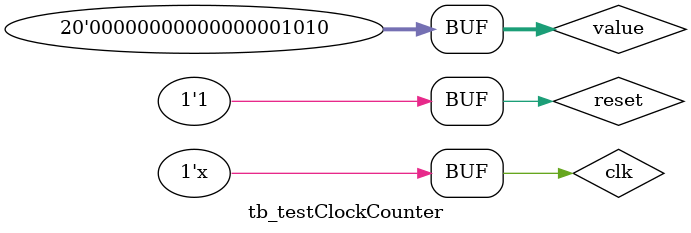
<source format=v>
`timescale 1ns / 1ps


module tb_testClockCounter;

	// Inputs
	reg clk;
	reg reset;
	reg [19:0] value;

	// Outputs
	wire done;

	// Instantiate the Unit Under Test (UUT)
	lb_clockCounter uut (
		.clk(clk), 
		.reset(reset), 
		.value(value), 
		.done(done)
	);
	
	always 
		#10 clk = ~clk;
		
	initial begin
		// Initialize Inputs
		clk = 0;
		reset = 0;
		value = 10;
		
		#10;
			reset = 1;
			
		// Wait 100 ns for global reset to finish
		#4100;
        
		#10;
			reset = 0;
		#10;
			reset = 1;
		// Wait 100 ns for global reset to finish
		
		#4100;
		
		// Add stimulus here

	end
      
endmodule


</source>
